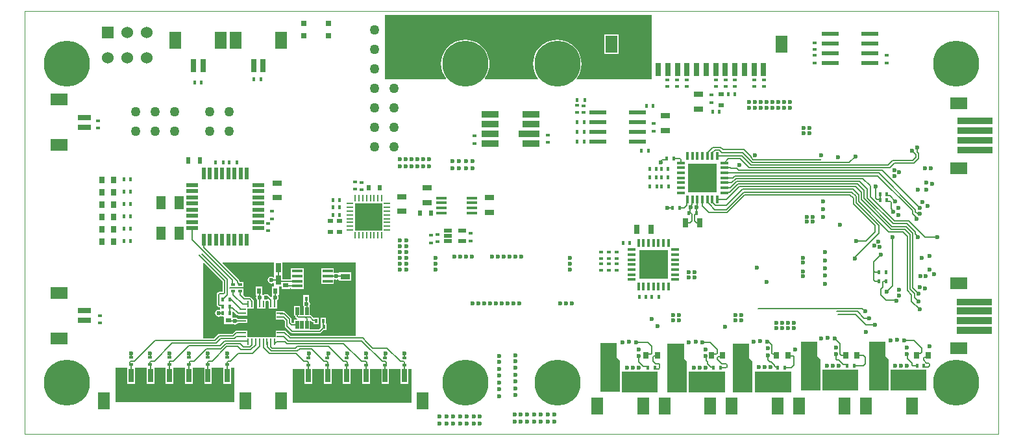
<source format=gbl>
G04*
G04 #@! TF.GenerationSoftware,Altium Limited,Altium Designer,19.1.5 (86)*
G04*
G04 Layer_Physical_Order=6*
G04 Layer_Color=16711680*
%FSLAX44Y44*%
%MOMM*%
G71*
G01*
G75*
%ADD10C,0.1000*%
%ADD11R,0.6000X0.4000*%
%ADD13R,0.4000X0.6000*%
%ADD17R,0.4500X0.6000*%
%ADD19R,0.6000X0.4500*%
%ADD20R,0.8000X0.6000*%
%ADD23R,0.7000X0.9000*%
%ADD26R,0.5000X0.9000*%
%ADD28R,1.3000X0.8000*%
%ADD55C,0.2000*%
%ADD58C,6.0000*%
%ADD59C,1.2700*%
%ADD60C,1.5240*%
%ADD61R,1.5240X1.5240*%
%ADD62C,0.6000*%
%ADD65R,0.8000X1.3000*%
%ADD66R,0.7000X0.7500*%
%ADD67R,3.7000X3.7000*%
%ADD68R,0.3300X1.0400*%
%ADD69R,1.0400X0.3300*%
%ADD70R,0.5500X1.5000*%
%ADD71R,1.5000X0.5500*%
%ADD72R,2.2000X0.6000*%
%ADD73R,2.2500X0.9000*%
%ADD74R,2.8000X0.9000*%
%ADD75R,1.6000X2.2000*%
%ADD76R,0.7000X1.8000*%
%ADD77R,0.6000X0.8000*%
%ADD78R,3.6000X3.6000*%
%ADD79R,0.8400X0.2600*%
%ADD80R,0.2600X0.8400*%
%ADD81R,1.0000X0.4700*%
%ADD82R,1.3500X0.4500*%
%ADD83R,1.2000X1.8000*%
%ADD84R,0.4700X1.0000*%
%ADD85R,1.8000X0.7000*%
%ADD86R,2.2000X1.6000*%
G36*
X817880Y462280D02*
X720476D01*
X719945Y463433D01*
X720192Y463723D01*
X722785Y467954D01*
X724684Y472538D01*
X725842Y477363D01*
X726232Y482310D01*
X725842Y487257D01*
X724684Y492082D01*
X722785Y496666D01*
X720192Y500897D01*
X716970Y504670D01*
X713197Y507892D01*
X708966Y510485D01*
X704382Y512384D01*
X699557Y513542D01*
X694610Y513932D01*
X689663Y513542D01*
X684838Y512384D01*
X680254Y510485D01*
X676023Y507892D01*
X672250Y504670D01*
X669028Y500897D01*
X666435Y496666D01*
X664536Y492082D01*
X663378Y487257D01*
X662989Y482310D01*
X663378Y477363D01*
X664536Y472538D01*
X666435Y467954D01*
X669028Y463723D01*
X669275Y463433D01*
X668744Y462280D01*
X600476Y462280D01*
X599945Y463433D01*
X600192Y463723D01*
X602785Y467954D01*
X604684Y472538D01*
X605842Y477363D01*
X606231Y482310D01*
X605842Y487257D01*
X604684Y492082D01*
X602785Y496666D01*
X600192Y500897D01*
X596970Y504670D01*
X593197Y507892D01*
X588966Y510485D01*
X584382Y512384D01*
X579557Y513542D01*
X574610Y513932D01*
X569663Y513542D01*
X564838Y512384D01*
X560254Y510485D01*
X556023Y507892D01*
X552250Y504670D01*
X549028Y500897D01*
X546435Y496666D01*
X544536Y492082D01*
X543378Y487257D01*
X542989Y482310D01*
X543378Y477363D01*
X544536Y472538D01*
X546435Y467954D01*
X549028Y463723D01*
X549275Y463433D01*
X548744Y462280D01*
X469900D01*
Y508000D01*
X469900Y546082D01*
X817880D01*
Y462280D01*
D02*
G37*
G36*
X431800Y127603D02*
X347206D01*
X340710Y134100D01*
X339875Y134658D01*
X338890Y134853D01*
X338684D01*
Y135104D01*
X327236D01*
Y126154D01*
X289984D01*
Y135104D01*
X278536D01*
Y134853D01*
X275886D01*
X274902Y134658D01*
X274067Y134100D01*
X270810Y130843D01*
X253723D01*
X252738Y130648D01*
X251903Y130090D01*
X246584Y124770D01*
X232410D01*
X232410Y222820D01*
X233680Y223230D01*
X257777Y199133D01*
Y185453D01*
X254000D01*
X253015Y185258D01*
X252180Y184700D01*
X250910Y183430D01*
X250352Y182595D01*
X250156Y181610D01*
Y168812D01*
X250352Y167827D01*
X250910Y166992D01*
X252082Y165820D01*
X252917Y165262D01*
X253902Y165067D01*
X254866D01*
Y162905D01*
X253596Y161920D01*
X252730Y162093D01*
X250965Y161742D01*
X249468Y160742D01*
X248468Y159245D01*
X248117Y157480D01*
X248468Y155715D01*
X249468Y154218D01*
X250965Y153218D01*
X252730Y152867D01*
X253596Y153040D01*
X254866Y152956D01*
X254866Y152956D01*
X254866Y152956D01*
X258827D01*
X259906Y152494D01*
X259906Y151686D01*
Y143446D01*
X270954D01*
X270954Y143446D01*
Y143446D01*
X272170Y143316D01*
X272555Y143059D01*
X274320Y142707D01*
X276085Y143059D01*
X277463Y143979D01*
X278536Y144456D01*
X289984D01*
Y150104D01*
X278536D01*
X277489Y150643D01*
X276085Y151581D01*
X274320Y151933D01*
X272555Y151581D01*
X272224Y151361D01*
X270954Y152039D01*
Y152494D01*
X270914Y153747D01*
Y159397D01*
X272087Y159883D01*
X276210Y155760D01*
X277045Y155202D01*
X278030Y155007D01*
X278536D01*
Y154456D01*
X289984D01*
Y163406D01*
X298934D01*
Y174854D01*
X298040D01*
X297930Y175019D01*
X295234Y177715D01*
X294399Y178273D01*
X293414Y178468D01*
X287451D01*
X284617Y181303D01*
X285103Y182476D01*
X285194D01*
Y189524D01*
X267553D01*
X266997Y190500D01*
X267553Y191476D01*
X285194D01*
Y198524D01*
X279914D01*
Y199080D01*
X279718Y200065D01*
X279160Y200900D01*
X257713Y222347D01*
X258199Y223520D01*
X325286D01*
Y209146D01*
X325286D01*
Y208684D01*
X325286D01*
Y204964D01*
X324016Y204293D01*
X323075Y204921D01*
X321310Y205273D01*
X319545Y204921D01*
X318048Y203922D01*
X317048Y202425D01*
X316697Y200660D01*
X317048Y198895D01*
X318048Y197398D01*
X319545Y196399D01*
X321310Y196047D01*
X323075Y196399D01*
X324016Y197027D01*
X325286Y196356D01*
X325286Y192636D01*
X324191Y192214D01*
X322516D01*
Y181166D01*
X322516Y181166D01*
X322516D01*
X322386Y179950D01*
X322128Y179565D01*
X321969Y178766D01*
X320592Y178348D01*
X319023Y179917D01*
X318222Y181116D01*
X316725Y182115D01*
X314960Y182467D01*
X313195Y182115D01*
X311698Y181116D01*
X310293Y181299D01*
X309974Y181705D01*
Y192214D01*
X300926D01*
Y181166D01*
X301351D01*
X302029Y179896D01*
X301808Y179565D01*
X301457Y177800D01*
X301808Y176035D01*
X302808Y174538D01*
X303286Y174219D01*
Y163406D01*
X313934D01*
Y172444D01*
X314916Y173250D01*
X314960Y173241D01*
X316725Y173592D01*
X317155Y173880D01*
X318237Y173076D01*
Y169430D01*
X318286Y169181D01*
Y163406D01*
X328934D01*
Y174059D01*
X329652Y174538D01*
X330652Y176035D01*
X331003Y177800D01*
X330652Y179565D01*
X330430Y179896D01*
X331109Y181166D01*
X331564D01*
X331564Y192214D01*
X332659Y192636D01*
X334836D01*
Y189166D01*
X345884D01*
Y190166D01*
X347196D01*
Y188966D01*
X363744D01*
Y195466D01*
Y201966D01*
Y208466D01*
Y216014D01*
X347196D01*
Y208466D01*
Y201813D01*
X336334D01*
Y208684D01*
X336334D01*
Y209146D01*
X336334D01*
Y223520D01*
X431800D01*
X431800Y127603D01*
D02*
G37*
G36*
X504190Y40640D02*
X349250D01*
Y85090D01*
X365146D01*
Y65676D01*
X375194D01*
Y85090D01*
X390146D01*
Y65676D01*
X400194D01*
Y85090D01*
X415146D01*
Y65676D01*
X425194D01*
Y85090D01*
X440146D01*
Y65676D01*
X450194D01*
Y85090D01*
X465146D01*
Y65676D01*
X475194D01*
Y85090D01*
X490146D01*
Y65676D01*
X500194D01*
Y85090D01*
X504190D01*
X504190Y40640D01*
D02*
G37*
G36*
X273050Y41910D02*
X118110D01*
Y86360D01*
X134006D01*
Y65676D01*
X144054D01*
Y86360D01*
X159006D01*
Y65676D01*
X169054D01*
Y86360D01*
X184006D01*
Y65676D01*
X194054D01*
Y86360D01*
X209006D01*
Y65676D01*
X219054D01*
Y86360D01*
X234006D01*
Y65676D01*
X244054D01*
Y86360D01*
X259006D01*
Y65676D01*
X269054D01*
Y86360D01*
X273050D01*
X273050Y41910D01*
D02*
G37*
G36*
X1033780Y101600D02*
X1037590Y97790D01*
Y57150D01*
X1012190D01*
X1012190Y120650D01*
X1033780D01*
X1033780Y101600D01*
D02*
G37*
G36*
X772160Y99391D02*
X775970Y95581D01*
Y54941D01*
X750570D01*
X750570Y118441D01*
X772160D01*
X772160Y99391D01*
D02*
G37*
G36*
X999490Y54610D02*
X952500D01*
Y81280D01*
X999490D01*
Y54610D01*
D02*
G37*
G36*
X944880Y99060D02*
X948690Y95250D01*
Y54610D01*
X923290D01*
X923290Y118110D01*
X944880D01*
X944880Y99060D01*
D02*
G37*
G36*
X913130Y54610D02*
X866140D01*
Y81280D01*
X913130D01*
Y54610D01*
D02*
G37*
G36*
X825500D02*
X778510D01*
Y81280D01*
X825500D01*
Y54610D01*
D02*
G37*
G36*
X860064Y98716D02*
X863874Y94906D01*
Y54266D01*
X838474D01*
X838474Y117766D01*
X860064D01*
X860064Y98716D01*
D02*
G37*
G36*
X1087120Y57150D02*
X1040130D01*
Y83820D01*
X1087120D01*
Y57150D01*
D02*
G37*
G36*
X1122680Y101600D02*
X1126490Y97790D01*
Y57150D01*
X1101090D01*
X1101090Y120650D01*
X1122680D01*
X1122680Y101600D01*
D02*
G37*
G36*
X1176020Y57150D02*
X1129030D01*
Y83820D01*
X1176020D01*
Y57150D01*
D02*
G37*
G36*
X1261110Y130810D02*
X1215390D01*
Y139700D01*
X1261110D01*
Y130810D01*
D02*
G37*
G36*
Y143510D02*
X1215390D01*
Y152400D01*
X1261110D01*
Y143510D01*
D02*
G37*
G36*
Y156210D02*
X1215390D01*
Y165100D01*
X1261110D01*
Y156210D01*
D02*
G37*
G36*
Y167640D02*
X1215390D01*
Y176530D01*
X1261110D01*
Y167640D01*
D02*
G37*
G36*
X1262380Y365760D02*
X1216660D01*
Y374650D01*
X1262380D01*
Y365760D01*
D02*
G37*
G36*
Y378460D02*
X1216660D01*
Y387350D01*
X1262380D01*
Y378460D01*
D02*
G37*
G36*
Y391160D02*
X1216660D01*
Y400050D01*
X1262380D01*
Y391160D01*
D02*
G37*
G36*
Y403860D02*
X1216660D01*
Y412750D01*
X1262380D01*
Y403860D01*
D02*
G37*
%LPC*%
G36*
X774824Y520504D02*
X755776D01*
Y495456D01*
X774824D01*
Y520504D01*
D02*
G37*
G36*
X403244Y216014D02*
X386696D01*
Y208466D01*
Y201966D01*
Y195466D01*
X403244D01*
Y200880D01*
X404514Y201559D01*
X404635Y201479D01*
X406400Y201127D01*
X408165Y201479D01*
X408536Y201726D01*
X409806Y201047D01*
Y199556D01*
X425854D01*
Y210604D01*
X409806D01*
Y210433D01*
X408536Y209754D01*
X408165Y210002D01*
X406400Y210353D01*
X404635Y210002D01*
X404364Y209821D01*
X403244Y210419D01*
Y216014D01*
D02*
G37*
G36*
X370724Y181054D02*
X363176D01*
Y172006D01*
X363176Y172006D01*
X363245Y170736D01*
X363012Y169565D01*
X363363Y167800D01*
X364246Y166479D01*
Y154973D01*
X358994D01*
Y166909D01*
X351246D01*
Y153861D01*
X353027D01*
Y153572D01*
X353222Y152587D01*
X353780Y151752D01*
X354952Y150580D01*
X355552Y150179D01*
X355385Y149020D01*
X355341Y148909D01*
X351246D01*
Y144959D01*
X348901D01*
X348013Y145846D01*
Y149862D01*
X347818Y150847D01*
X347260Y151682D01*
X340142Y158800D01*
X339307Y159358D01*
X338684Y159481D01*
Y160104D01*
X327236D01*
Y149456D01*
X337125D01*
X339343Y147238D01*
Y140684D01*
X339538Y139699D01*
X340096Y138864D01*
X346604Y132356D01*
X347439Y131798D01*
X348424Y131603D01*
X385036D01*
X386021Y131798D01*
X386856Y132356D01*
X389675Y135176D01*
X393584D01*
Y144224D01*
X392834D01*
Y151844D01*
X385786D01*
Y142796D01*
X386036D01*
Y138815D01*
X383970Y136749D01*
X371994D01*
Y147217D01*
X373167Y147703D01*
X374100Y146770D01*
X374935Y146212D01*
X375920Y146017D01*
X376786D01*
Y142796D01*
X383834D01*
Y151844D01*
X376786D01*
X376786Y151844D01*
Y151844D01*
X375750Y152399D01*
X373930Y154220D01*
X373095Y154778D01*
X372110Y154973D01*
X371994D01*
Y166909D01*
X371994Y166909D01*
X371962Y168179D01*
X372238Y169565D01*
X371886Y171330D01*
X370887Y172827D01*
X370724Y172935D01*
Y181054D01*
D02*
G37*
%LPD*%
D10*
X0Y0D02*
X1270000D01*
Y551180D01*
X0D02*
X1270000D01*
X0Y0D02*
Y551180D01*
D11*
X317500Y274320D02*
D03*
Y265320D02*
D03*
X720090Y428100D02*
D03*
Y419100D02*
D03*
X728980Y418990D02*
D03*
Y427990D02*
D03*
X280670Y195000D02*
D03*
Y186000D02*
D03*
X271780Y195000D02*
D03*
Y186000D02*
D03*
X394716Y90060D02*
D03*
Y99060D02*
D03*
X681990Y389310D02*
D03*
Y380310D02*
D03*
X1029970Y509960D02*
D03*
Y500960D02*
D03*
X538480Y250770D02*
D03*
Y259770D02*
D03*
X430530Y328350D02*
D03*
Y319350D02*
D03*
X439420Y327770D02*
D03*
Y318770D02*
D03*
X138430Y90750D02*
D03*
Y99750D02*
D03*
X188722Y90750D02*
D03*
Y99750D02*
D03*
X772160Y228490D02*
D03*
Y237490D02*
D03*
X762000Y228490D02*
D03*
Y237490D02*
D03*
X772160Y213250D02*
D03*
Y222250D02*
D03*
X762000Y213250D02*
D03*
Y222250D02*
D03*
X751840Y228490D02*
D03*
Y237490D02*
D03*
Y213250D02*
D03*
Y222250D02*
D03*
X951230Y461700D02*
D03*
Y452700D02*
D03*
X963930Y461700D02*
D03*
Y452700D02*
D03*
X863600Y461700D02*
D03*
Y452700D02*
D03*
X914400Y461700D02*
D03*
Y452700D02*
D03*
X925830Y461700D02*
D03*
Y452700D02*
D03*
X901700Y461700D02*
D03*
Y452700D02*
D03*
X850900Y461700D02*
D03*
Y452700D02*
D03*
X838200Y461700D02*
D03*
Y452700D02*
D03*
X470154Y99060D02*
D03*
Y90060D02*
D03*
X495300Y99060D02*
D03*
Y90060D02*
D03*
X445008Y99060D02*
D03*
Y90060D02*
D03*
X369570Y99060D02*
D03*
Y90060D02*
D03*
X419862Y99060D02*
D03*
Y90060D02*
D03*
X95250Y398780D02*
D03*
Y407780D02*
D03*
X97790Y144780D02*
D03*
Y153780D02*
D03*
X239014Y99750D02*
D03*
Y90750D02*
D03*
X163576Y99750D02*
D03*
Y90750D02*
D03*
X264160Y99750D02*
D03*
Y90750D02*
D03*
X213868Y99750D02*
D03*
Y90750D02*
D03*
D13*
X1124640Y304800D02*
D03*
X1115640D02*
D03*
X1124640Y312420D02*
D03*
X1115640D02*
D03*
X1114370Y199390D02*
D03*
X1123370D02*
D03*
Y210820D02*
D03*
X1114370D02*
D03*
X821690Y86360D02*
D03*
X812690D02*
D03*
X907470D02*
D03*
X898470D02*
D03*
X991290D02*
D03*
X982290D02*
D03*
X1082040Y88900D02*
D03*
X1073040D02*
D03*
X1172900D02*
D03*
X1163900D02*
D03*
X917520Y443230D02*
D03*
X926520D02*
D03*
X906200Y420370D02*
D03*
X897200D02*
D03*
X780360Y248920D02*
D03*
X789360D02*
D03*
X845130Y294640D02*
D03*
X854130D02*
D03*
X813490Y369570D02*
D03*
X804490D02*
D03*
X819840Y427990D02*
D03*
X810840D02*
D03*
X729670Y393700D02*
D03*
X720670D02*
D03*
Y381000D02*
D03*
X729670D02*
D03*
Y406400D02*
D03*
X720670D02*
D03*
X380310Y147320D02*
D03*
X389310D02*
D03*
X129090Y331996D02*
D03*
X138090D02*
D03*
X129090Y315889D02*
D03*
X138090D02*
D03*
X129090Y299782D02*
D03*
X138090D02*
D03*
X129090Y267567D02*
D03*
X138090D02*
D03*
X129090Y283675D02*
D03*
X138090D02*
D03*
X129090Y251460D02*
D03*
X138090D02*
D03*
X267390Y157480D02*
D03*
X258390D02*
D03*
X267390Y175260D02*
D03*
X258390D02*
D03*
Y166370D02*
D03*
X267390D02*
D03*
X846510Y359410D02*
D03*
X837510D02*
D03*
X814930Y345590D02*
D03*
X823930D02*
D03*
X814930Y334160D02*
D03*
X823930D02*
D03*
X815340Y322580D02*
D03*
X824340D02*
D03*
X830170Y345590D02*
D03*
X839170D02*
D03*
X830170Y334160D02*
D03*
X839170D02*
D03*
X830580Y322580D02*
D03*
X839580D02*
D03*
X410900Y304800D02*
D03*
X401900D02*
D03*
X810370Y179070D02*
D03*
X801370D02*
D03*
X401900Y295910D02*
D03*
X410900D02*
D03*
X401900Y285750D02*
D03*
X410900D02*
D03*
X299030Y462280D02*
D03*
X308030D02*
D03*
X221560Y458470D02*
D03*
X230560D02*
D03*
D17*
X866220Y288290D02*
D03*
X876220D02*
D03*
X266860Y354330D02*
D03*
X276860D02*
D03*
X258920D02*
D03*
X248920D02*
D03*
X730250Y435610D02*
D03*
X720250D02*
D03*
X366950Y176530D02*
D03*
X356950D02*
D03*
X389810Y139700D02*
D03*
X379810D02*
D03*
X817380Y179070D02*
D03*
X827380D02*
D03*
D19*
X895350Y431880D02*
D03*
Y441880D02*
D03*
X586740Y378540D02*
D03*
Y388540D02*
D03*
X820420Y405050D02*
D03*
Y395050D02*
D03*
X322580Y290750D02*
D03*
Y280750D02*
D03*
X1029970Y493950D02*
D03*
Y483950D02*
D03*
X529590Y259000D02*
D03*
Y249000D02*
D03*
X581660Y251540D02*
D03*
Y261540D02*
D03*
X1123950Y483950D02*
D03*
Y493950D02*
D03*
D20*
X908050Y442610D02*
D03*
Y428610D02*
D03*
X398780Y277510D02*
D03*
Y263510D02*
D03*
X410210Y277510D02*
D03*
Y263510D02*
D03*
X340360Y193690D02*
D03*
Y179690D02*
D03*
X265430Y147970D02*
D03*
Y133970D02*
D03*
D23*
X895470Y102870D02*
D03*
X910470D02*
D03*
X980560D02*
D03*
X995560D02*
D03*
X1070730D02*
D03*
X1085730D02*
D03*
X810380D02*
D03*
X825380D02*
D03*
X1163440D02*
D03*
X1178440D02*
D03*
X100570Y299256D02*
D03*
X115570D02*
D03*
X100570Y315363D02*
D03*
X115570D02*
D03*
X100570Y331470D02*
D03*
X115570D02*
D03*
X100570Y283168D02*
D03*
X115570D02*
D03*
X100570Y250954D02*
D03*
X115570D02*
D03*
Y267061D02*
D03*
X100570D02*
D03*
D26*
X213480Y356870D02*
D03*
X228480D02*
D03*
D28*
X878840Y423570D02*
D03*
Y442570D02*
D03*
X835660Y414630D02*
D03*
Y395630D02*
D03*
X491490Y290220D02*
D03*
Y309220D02*
D03*
X605790Y288950D02*
D03*
Y307950D02*
D03*
X524510Y320650D02*
D03*
Y301650D02*
D03*
X328930Y327000D02*
D03*
Y308000D02*
D03*
X417830Y186080D02*
D03*
Y205080D02*
D03*
D55*
X873687Y285757D02*
X876220Y288290D01*
X873687Y278105D02*
Y285757D01*
X861818Y275492D02*
X867410D01*
X861720Y275590D02*
X861818Y275492D01*
X867410D02*
X869950Y278032D01*
Y287118D01*
X876202Y275590D02*
X880720D01*
X873687Y278105D02*
X876202Y275590D01*
X868778Y288290D02*
X869950Y287118D01*
X866220Y288290D02*
X868778D01*
X868680Y294828D02*
Y295910D01*
X867410Y293558D02*
X868680Y294828D01*
X867410Y289480D02*
Y293558D01*
X866220Y288290D02*
X867410Y289480D01*
X863504Y298354D02*
Y298546D01*
X859790Y294640D02*
X863504Y298354D01*
Y298546D02*
X863770Y298812D01*
Y305010D02*
X864420Y305660D01*
X863770Y298812D02*
Y305010D01*
X868680Y295910D02*
Y296992D01*
X896920Y362360D02*
Y366279D01*
X267390Y157480D02*
Y165370D01*
X283960Y157580D02*
X284260Y157280D01*
X268390Y164370D02*
X271240D01*
X267390Y165370D02*
X268390Y164370D01*
X267390Y165370D02*
Y166370D01*
X271240Y164370D02*
X278030Y157580D01*
X283960D01*
X268390Y176110D02*
X281060Y163440D01*
Y162580D02*
Y163440D01*
Y162580D02*
X281360Y162280D01*
X284260D01*
Y169130D02*
X291110D01*
X271914Y181476D02*
X284260Y169130D01*
X271914Y181476D02*
Y186000D01*
X280670Y181610D02*
X286385Y175895D01*
X293414D01*
X280670Y181610D02*
Y186000D01*
X268390Y173990D02*
Y176110D01*
X227330Y233220D02*
Y233680D01*
Y233220D02*
X260350Y200200D01*
Y184052D02*
Y200200D01*
X259178Y182880D02*
X260350Y184052D01*
X254000Y182880D02*
X259178D01*
X252730Y181610D02*
X254000Y182880D01*
X252730Y168812D02*
Y181610D01*
Y168812D02*
X253902Y167640D01*
X257390D01*
X258390Y166640D01*
Y166370D02*
Y166640D01*
X264160Y181030D02*
Y201930D01*
X231140Y234950D02*
X264160Y201930D01*
X218440Y252996D02*
X270780Y200656D01*
Y195000D02*
Y200656D01*
X279670Y195000D02*
Y195000D01*
X277340Y197330D02*
X279670Y195000D01*
X277340Y197330D02*
Y199080D01*
X233440Y242980D02*
X277340Y199080D01*
X218440Y252996D02*
Y268480D01*
X258390Y175260D02*
X264160Y181030D01*
X270780Y195000D02*
X271780D01*
X279670D02*
X280670D01*
X233440Y242980D02*
Y253480D01*
X330810Y200660D02*
Y217170D01*
Y200660D02*
X332230Y199240D01*
X355470D01*
X340360Y193690D02*
X341310Y192740D01*
X355470D01*
X394970Y205740D02*
X406400D01*
X417170D01*
X417830Y205080D01*
X367625Y169565D02*
X367873Y169317D01*
Y160633D02*
Y169317D01*
Y160633D02*
X368120Y160385D01*
X367625Y169565D02*
Y173315D01*
X365760Y152400D02*
X372110D01*
X375920Y148590D01*
X379310D01*
X380310Y147590D01*
Y147320D02*
Y147590D01*
X333080Y152400D02*
X337820D01*
X332960Y152280D02*
X333080Y152400D01*
X337820D02*
X341916Y148304D01*
Y140684D02*
Y148304D01*
Y140684D02*
X348424Y134176D01*
X385036D01*
X389810Y138950D01*
Y139700D01*
X389560Y139950D02*
X389810Y139700D01*
X389560Y139950D02*
Y147070D01*
X389310Y147320D02*
X389560Y147070D01*
X367775Y146558D02*
Y150385D01*
Y146558D02*
X368537Y147320D01*
X345440Y144780D02*
Y149862D01*
X338322Y156980D02*
X345440Y149862D01*
X333260Y156980D02*
X338322D01*
X332960Y157280D02*
X333260Y156980D01*
X345440Y144780D02*
X347835Y142385D01*
X355120D01*
X366950Y173990D02*
X367625Y173315D01*
X365760Y152400D02*
X367775Y150385D01*
X356772Y152400D02*
X365760D01*
X355600Y153572D02*
X356772Y152400D01*
X355600Y153572D02*
Y159905D01*
X355120Y160385D02*
X355600Y159905D01*
X321310Y200660D02*
X330810D01*
X315348Y178242D02*
X317058D01*
X314960Y177854D02*
X315348Y178242D01*
X317058D02*
X320810Y174490D01*
Y169430D02*
Y174490D01*
Y169430D02*
X321110Y169130D01*
X293414Y175895D02*
X296110Y173200D01*
Y169130D02*
Y173200D01*
X270510Y186000D02*
X271914D01*
X267390Y174990D02*
X268390Y173990D01*
X267390Y174990D02*
Y175260D01*
X252730Y157480D02*
X258390D01*
X305450Y186690D02*
X306070Y186070D01*
Y177800D02*
Y186070D01*
Y177800D02*
X306090Y177780D01*
Y169150D02*
Y177780D01*
Y169150D02*
X306110Y169130D01*
X326390Y177800D02*
Y186040D01*
X326250Y177660D02*
X326390Y177800D01*
Y186040D02*
X327040Y186690D01*
X326250Y169270D02*
Y177660D01*
X326110Y169130D02*
X326250Y169270D01*
X265430Y147970D02*
X266080Y147320D01*
X274320D01*
X274340Y147300D01*
X284240D01*
X284260Y147280D01*
X319362Y104712D02*
X353600D01*
X311110Y112964D02*
X319362Y104712D01*
X353600D02*
X363776Y94536D01*
X355886Y108236D02*
X358584Y110934D01*
X321390Y108236D02*
X355886D01*
X316396Y113230D02*
X321390Y108236D01*
X353087Y111760D02*
X355785Y114458D01*
X322850Y111760D02*
X353087D01*
X321110Y113499D02*
X322850Y111760D01*
X415864Y117982D02*
X439310Y94536D01*
X341854Y117982D02*
X415864D01*
X339186Y120650D02*
X341854Y117982D01*
X328778Y120650D02*
X339186D01*
X326110Y117982D02*
X328778Y120650D01*
X306110Y114340D02*
Y120430D01*
X297180Y105410D02*
X306110Y114340D01*
X278130Y105410D02*
X297180D01*
X294932Y110182D02*
X301110Y116361D01*
Y120430D01*
X296110Y116361D02*
Y120430D01*
X293456Y113706D02*
X296110Y116361D01*
X244514Y95250D02*
X263438Y114174D01*
X277948D01*
X281940Y110182D01*
X294932D01*
X285074Y113706D02*
X293456D01*
X281082Y117698D02*
X285074Y113706D01*
X261978Y117698D02*
X281082D01*
X255214Y110934D02*
X261978Y117698D01*
X290318Y121222D02*
X291110Y120430D01*
X260519Y121222D02*
X290318D01*
X254446Y115149D02*
X260519Y121222D01*
X273336Y124746D02*
X275870Y127280D01*
X255867Y124746D02*
X273336D01*
X249794Y118673D02*
X255867Y124746D01*
X271876Y128270D02*
X275886Y132280D01*
X253723Y128270D02*
X271876D01*
X247650Y122197D02*
X253723Y128270D01*
X236726Y110934D02*
X255214D01*
X221042Y95250D02*
X236726Y110934D01*
X268206Y95226D02*
X269684Y96705D01*
Y96964D01*
X278130Y105410D01*
X265332Y95226D02*
X268206D01*
X264160Y94054D02*
X265332Y95226D01*
X214121Y115149D02*
X254446D01*
X193714Y94742D02*
X214121Y115149D01*
X192333Y118673D02*
X249794D01*
X168886Y95226D02*
X192333Y118673D01*
X143300Y95040D02*
X170457Y122197D01*
X247650D01*
X137160Y93868D02*
X138332Y95040D01*
X137160Y91750D02*
Y93868D01*
Y91750D02*
X138160Y90750D01*
X138430D01*
X165076Y95226D02*
X168886D01*
X163576Y93726D02*
X165076Y95226D01*
X163576Y90750D02*
Y93726D01*
X138332Y95040D02*
X143300D01*
X275886Y132280D02*
X284260D01*
X275870Y127280D02*
X284260D01*
X188722Y94742D02*
X193714D01*
X188722Y90750D02*
Y94742D01*
X217938Y95250D02*
X221042D01*
X239014Y94234D02*
X240006Y95226D01*
X243060D01*
X243083Y95250D01*
X244514D01*
X239014Y90750D02*
Y94234D01*
X214630Y91512D02*
Y93980D01*
X213868Y90750D02*
X214630Y91512D01*
Y93980D02*
X215876Y95226D01*
X217913D01*
X217938Y95250D01*
X138430Y99750D02*
Y105410D01*
X163830Y100004D02*
Y105410D01*
X163576Y99750D02*
X163830Y100004D01*
X189230Y100258D02*
Y105410D01*
X188722Y99750D02*
X189230Y100258D01*
X214630Y100512D02*
Y105410D01*
X213868Y99750D02*
X214630Y100512D01*
X238760Y100004D02*
Y105410D01*
Y100004D02*
X239014Y99750D01*
X264160D02*
Y105410D01*
Y90750D02*
Y94054D01*
X264030Y90620D02*
X264160Y90750D01*
X264030Y76200D02*
Y90620D01*
X239014Y90750D02*
X239030Y90734D01*
Y76200D02*
Y90734D01*
X213868Y90750D02*
X214030Y90588D01*
Y76200D02*
Y90588D01*
X188722Y90750D02*
X189030Y90442D01*
Y76200D02*
Y90442D01*
X163576Y90750D02*
X164030Y90296D01*
Y76200D02*
Y90296D01*
X138430Y90750D02*
X139030Y90150D01*
Y76200D02*
Y90150D01*
X343314Y121506D02*
X439139D01*
X337540Y127280D02*
X343314Y121506D01*
X332960Y127280D02*
X337540D01*
X439139Y121506D02*
X466109Y94536D01*
X489856D02*
X494128D01*
X472393Y111999D02*
X489856Y94536D01*
X453629Y111999D02*
X472393D01*
X446248Y119380D02*
X453629Y111999D01*
X446248Y119380D02*
X446248D01*
X338890Y132280D02*
X346140Y125030D01*
X332960Y132280D02*
X338890D01*
X440598Y125030D02*
X446248Y119380D01*
X346140Y125030D02*
X440598D01*
X469900Y99314D02*
Y106680D01*
Y99314D02*
X470154Y99060D01*
X445770Y99822D02*
Y105410D01*
X445008Y99060D02*
X445770Y99822D01*
X495300Y99060D02*
Y105410D01*
X358584Y110934D02*
X374206D01*
X355785Y114458D02*
X395895D01*
X316396Y113230D02*
Y120144D01*
X316110Y120430D02*
X316396Y120144D01*
X395895Y114458D02*
X415816Y94536D01*
X321110Y113499D02*
Y120430D01*
X390604Y94536D02*
X393798D01*
X374206Y110934D02*
X390604Y94536D01*
X370840Y100330D02*
Y105410D01*
X369570Y99060D02*
X370840Y100330D01*
X420370Y99568D02*
Y105410D01*
X419862Y99060D02*
X420370Y99568D01*
X394970Y99314D02*
Y105410D01*
X394716Y99060D02*
X394970Y99314D01*
X311110Y112964D02*
Y120430D01*
X363776Y94536D02*
X368398D01*
X369570Y93364D01*
Y90060D02*
Y93364D01*
X393798Y94536D02*
X394970Y93364D01*
Y90314D02*
Y93364D01*
X394716Y90060D02*
X394970Y90314D01*
X415816Y94536D02*
X419198D01*
X420370Y93364D01*
Y90568D02*
Y93364D01*
X419862Y90060D02*
X420370Y90568D01*
X439310Y94536D02*
X444598D01*
X445770Y93364D01*
Y90822D02*
Y93364D01*
X445008Y90060D02*
X445770Y90822D01*
X466109Y94536D02*
X469998D01*
X471170Y93364D01*
Y91060D02*
Y93364D01*
X470170Y90060D02*
X471170Y91060D01*
X470154Y90060D02*
X470170D01*
X494128Y94536D02*
X495300Y93364D01*
Y90060D02*
Y93364D01*
X495170Y89930D02*
X495300Y90060D01*
X495170Y76200D02*
Y89930D01*
X470154Y90060D02*
X470170Y90044D01*
Y76200D02*
Y90044D01*
X445008Y90060D02*
X445170Y89898D01*
Y76200D02*
Y89898D01*
X419862Y90060D02*
X420170Y89752D01*
Y76200D02*
Y89752D01*
X394716Y90060D02*
X395170Y89606D01*
Y76200D02*
Y89606D01*
X369570Y90060D02*
X370170Y89460D01*
Y76200D02*
Y89460D01*
X1084216Y301450D02*
X1113790Y271876D01*
Y261620D02*
Y271876D01*
X1082545Y230375D02*
X1113790Y261620D01*
X1080692Y299798D02*
Y307418D01*
Y299798D02*
X1108996Y271494D01*
X1076230Y311880D02*
X1080692Y307418D01*
X1082545Y228721D02*
Y230375D01*
X1084580Y251460D02*
X1097280D01*
X1082545Y228721D02*
X1082665Y228600D01*
X1097280Y251460D02*
X1108996Y263176D01*
Y271494D01*
X939260Y311880D02*
X1076230D01*
X937704Y315404D02*
X1078516D01*
X936244Y318928D02*
X1080612D01*
X932052Y322452D02*
X1083438D01*
X930496Y325976D02*
X1086264D01*
X928940Y329500D02*
X1089090D01*
X927480Y333024D02*
X1093186D01*
X925828Y336548D02*
X1112522D01*
X912706Y340074D02*
X1113980D01*
X931288Y343600D02*
X1118170D01*
X944659Y347124D02*
X1128174D01*
X947293Y350648D02*
X1125922D01*
X948752Y354172D02*
X1075532D01*
X912270Y340510D02*
X912706Y340074D01*
X1093186Y333024D02*
X1102735Y323475D01*
X1128174Y347124D02*
X1134110Y353060D01*
X920450Y347010D02*
X920878Y346582D01*
X1078516Y315404D02*
X1084216Y309704D01*
X1113980Y340074D02*
X1161606Y292448D01*
X1089090Y329500D02*
X1099211Y319380D01*
X912270Y347010D02*
X920450D01*
X935581Y362360D02*
X947293Y350648D01*
X923290Y334010D02*
X925828Y336548D01*
X920878Y346582D02*
X928306D01*
X1080612Y318928D02*
X1087740Y311800D01*
X1075532Y354172D02*
X1083310Y361950D01*
X914845Y292545D02*
X937704Y315404D01*
X1125922Y350648D02*
X1132144Y356870D01*
X1083438Y322452D02*
X1091264Y314626D01*
X928306Y346582D02*
X931288Y343600D01*
X932988Y358795D02*
X944659Y347124D01*
X915260Y305660D02*
X932052Y322452D01*
X919680Y315160D02*
X930496Y325976D01*
X1086264D02*
X1094788Y317452D01*
X935894Y367030D02*
X948752Y354172D01*
X920450Y321010D02*
X928940Y329500D01*
X915252Y297936D02*
X936244Y318928D01*
X921966Y327510D02*
X927480Y333024D01*
X1112522Y336548D02*
X1158082Y290988D01*
X916401Y289021D02*
X939260Y311880D01*
X892079Y289021D02*
X916401D01*
X883920Y297180D02*
X892079Y289021D01*
X883920Y297180D02*
Y305660D01*
X890420Y302110D02*
X892746Y299784D01*
X890420Y302110D02*
Y305660D01*
X1084216Y301450D02*
Y309704D01*
X900724Y297936D02*
X915252D01*
X899246Y299415D02*
X900724Y297936D01*
X899246Y299415D02*
Y299784D01*
X896920Y302110D02*
X899246Y299784D01*
X896920Y302110D02*
Y305660D01*
X1150427Y274320D02*
X1161764Y262983D01*
Y260448D02*
Y262983D01*
Y260448D02*
X1164590Y257622D01*
Y256540D02*
Y257622D01*
X899616Y292545D02*
X914845D01*
X892746Y299415D02*
X899616Y292545D01*
X892746Y299415D02*
Y299784D01*
X1087740Y302910D02*
Y311800D01*
X1174178Y256540D02*
X1189990D01*
X1152874Y277844D02*
X1174178Y256540D01*
X1134027Y277844D02*
X1152874D01*
X1102735Y309136D02*
X1134027Y277844D01*
X1132567Y274320D02*
X1150427D01*
X1158240Y190500D02*
Y261524D01*
X1149254Y270510D02*
X1158240Y261524D01*
X1131393Y270510D02*
X1149254D01*
X1154716Y188500D02*
Y260064D01*
X1147794Y266986D02*
X1154716Y260064D01*
X1129934Y266986D02*
X1147794D01*
X1156622Y173068D02*
Y181610D01*
Y173068D02*
X1167130Y162560D01*
X1151192Y187040D02*
X1156622Y181610D01*
X1151192Y187040D02*
Y257810D01*
X1145540Y263462D02*
X1151192Y257810D01*
X1127188Y263462D02*
X1145540D01*
X1087740Y302910D02*
X1127188Y263462D01*
X1099211Y307676D02*
Y319380D01*
X1094788Y307115D02*
Y317452D01*
X1091264Y305655D02*
Y314626D01*
X1102735Y309136D02*
Y323475D01*
X1091264Y305655D02*
X1129934Y266986D01*
X1160336Y178244D02*
X1165860Y172720D01*
X1160336Y178244D02*
Y182880D01*
X1154716Y188500D02*
X1160336Y182880D01*
X903420Y305660D02*
X915260D01*
X912920Y315160D02*
X919680D01*
X912270Y314510D02*
X912920Y315160D01*
X1094788Y307115D02*
X1131393Y270510D01*
X1158240Y190500D02*
X1165860Y182880D01*
X1131570Y193040D02*
Y256540D01*
X1123950Y185420D02*
X1131570Y193040D01*
X1099211Y307676D02*
X1132567Y274320D01*
X912270Y334010D02*
X923290D01*
X912270Y321010D02*
X920450D01*
X1118170Y343600D02*
X1167130Y294640D01*
X1159414Y353060D02*
X1165574Y359220D01*
Y365950D01*
X1164368Y367155D02*
X1165574Y365950D01*
X1164368Y367155D02*
Y373577D01*
X912270Y327510D02*
X921966D01*
X1134110Y353060D02*
X1159414D01*
X1132144Y356870D02*
X1158240D01*
X1162050Y360680D01*
Y364490D01*
X1156970Y369570D02*
X1162050Y364490D01*
X917555Y358795D02*
X932988D01*
X912270Y353510D02*
X917555Y358795D01*
X912270Y353510D02*
Y353510D01*
X950212Y357696D02*
X1037844D01*
X1038095Y357947D01*
X903420Y362360D02*
X935581D01*
X909169Y367030D02*
X935894D01*
X946976Y360932D02*
X950212Y357696D01*
X1107440Y212725D02*
Y224790D01*
Y200660D02*
Y212725D01*
X1109345Y210820D01*
X1114370D01*
X1108710Y199390D02*
X1114370D01*
X1107440Y200660D02*
X1108710Y199390D01*
X1107440Y224790D02*
X1116330Y233680D01*
X1129856Y293626D02*
Y302358D01*
Y293626D02*
X1132840Y290642D01*
Y289560D02*
Y290642D01*
X1123370Y210820D02*
Y211552D01*
X1116330Y189230D02*
X1118894Y191794D01*
X1116330Y181322D02*
Y189230D01*
Y181322D02*
X1123171Y174481D01*
X1136159D01*
X1136650Y173990D01*
X1118894Y191794D02*
Y198218D01*
X1120066Y199390D01*
X1123370D01*
X1114370D02*
Y200390D01*
X1116330Y232598D02*
Y233680D01*
X1146810Y121920D02*
X1159608D01*
X1097280Y142240D02*
X1108710D01*
X1083310Y156210D02*
X1097280Y142240D01*
X1060450Y156210D02*
X1083310D01*
X1109980Y307340D02*
Y322580D01*
Y307340D02*
X1111900Y305420D01*
X1115640D01*
X1161606Y290004D02*
Y292448D01*
X1158082Y287080D02*
Y290988D01*
X1161606Y290004D02*
X1164494Y287116D01*
X1167514D01*
X1128490Y310420D02*
X1135380Y303530D01*
X1125640Y310420D02*
X1128490D01*
X1124640Y311420D02*
X1125640Y310420D01*
X1128684Y303530D02*
X1129856Y302358D01*
X1125640Y303530D02*
X1128684D01*
X1124640Y304530D02*
X1125640Y303530D01*
X1124640Y304530D02*
Y304800D01*
Y311420D02*
Y312420D01*
X1115640Y305420D02*
Y312420D01*
Y304800D02*
Y305420D01*
X1158082Y287080D02*
X1163320Y281842D01*
X1163320D01*
Y280670D02*
X1164402D01*
X890575Y366435D02*
X897748Y373608D01*
X890420Y362360D02*
X890575Y362515D01*
X897748Y373608D02*
X907575D01*
X946976Y360932D02*
Y361220D01*
X937642Y370554D02*
X946976Y361220D01*
X910629Y370554D02*
X937642D01*
X907575Y373608D02*
X910629Y370554D01*
X900724Y370084D02*
X906115D01*
X896920Y366279D02*
X900724Y370084D01*
X906115D02*
X909169Y367030D01*
X1059180Y160020D02*
X1085850D01*
X1094740Y151130D01*
X1101090D01*
X956310Y163830D02*
X1092200D01*
X1096010Y160020D01*
X887880Y101600D02*
X888645Y100835D01*
Y95605D02*
Y100835D01*
X969010Y96520D02*
Y102870D01*
X1243458Y175120D02*
X1245958Y172620D01*
X1251458D01*
X1250488Y148590D02*
X1251458Y147620D01*
X829511Y354129D02*
Y355801D01*
X831120Y357410D01*
X836510D01*
X837510Y358410D01*
Y359410D01*
X855570Y353510D02*
Y358238D01*
X854398Y359410D02*
X855570Y358238D01*
X846510Y359410D02*
X854398D01*
X838200Y294640D02*
X845130D01*
X854130D02*
X859790D01*
X868680Y296992D02*
X870270Y298582D01*
Y305010D01*
X870920Y305660D01*
X876300Y295910D02*
X876860Y296470D01*
Y305100D01*
X877420Y305660D01*
X876260Y295870D02*
X876300Y295910D01*
X876260Y288330D02*
Y295870D01*
X876220Y288290D02*
X876260Y288330D01*
X1176020Y92710D02*
X1178658D01*
X1172210Y96520D02*
X1176020Y92710D01*
X1172210Y96520D02*
Y99158D01*
X1173900Y87630D02*
X1178560D01*
X1172900Y88630D02*
X1173900Y87630D01*
X1172900Y88630D02*
Y88900D01*
X1178560Y87630D02*
X1179830Y88900D01*
Y91538D01*
X1178658Y92710D02*
X1179830Y91538D01*
X1172210Y99158D02*
X1173382Y100330D01*
X1175940D01*
X1178440Y102830D01*
Y102870D01*
X826868Y85090D02*
X828040Y86262D01*
X822690Y85090D02*
X826868D01*
X821690Y86090D02*
X822690Y85090D01*
X821690Y86090D02*
Y86360D01*
X828040Y86262D02*
Y90268D01*
X826868Y91440D02*
X828040Y90268D01*
X822960Y91440D02*
X826868D01*
X819150Y95250D02*
X822960Y91440D01*
X819150Y95250D02*
Y100330D01*
X820420Y101600D01*
X824110D01*
X825380Y102870D01*
X801060Y94290D02*
Y101600D01*
Y94290D02*
X806990Y88360D01*
X811690D01*
X812690Y87360D01*
Y86360D02*
Y87360D01*
X812800Y119380D02*
X817880Y114300D01*
X797250Y119380D02*
X812800D01*
X817880Y105312D02*
Y114300D01*
X816708Y104140D02*
X817880Y105312D01*
X811650Y104140D02*
X816708D01*
X810380Y102870D02*
X811650Y104140D01*
X907470Y86090D02*
X914130D01*
X915670Y87630D02*
Y90268D01*
X914130Y86090D02*
X915670Y87630D01*
X907470Y86090D02*
Y86360D01*
X914498Y91440D02*
X915670Y90268D01*
X909320Y91440D02*
X914498D01*
X902972Y97788D02*
X909320Y91440D01*
X902972Y97788D02*
Y99444D01*
X904144Y100616D01*
X908216D01*
X910470Y102870D01*
X884070Y119380D02*
X894080D01*
X902970Y110490D01*
Y105312D02*
Y110490D01*
X901798Y104140D02*
X902970Y105312D01*
X896740Y104140D02*
X901798D01*
X895470Y102870D02*
X896740Y104140D01*
X888645Y95605D02*
X890270Y93980D01*
Y91782D02*
Y93980D01*
Y91782D02*
X894422Y87630D01*
X897470D01*
X898470Y86630D01*
Y86360D02*
Y86630D01*
X970280Y120650D02*
X974534Y116396D01*
X968700Y120650D02*
X970280D01*
X974534Y105312D02*
Y116396D01*
Y105312D02*
X975706Y104140D01*
X979290D01*
X980560Y102870D01*
X969010Y96520D02*
X971550Y93980D01*
X973972D01*
X978034Y89918D01*
Y88802D02*
Y89918D01*
Y88802D02*
X979206Y87630D01*
X981290D01*
X982290Y86630D01*
Y86360D02*
Y86630D01*
X1002128Y101600D02*
X1003300Y100428D01*
X996830Y101600D02*
X1002128D01*
X1003300Y90170D02*
Y100428D01*
X995560Y102870D02*
X996830Y101600D01*
X999490Y86360D02*
X1003300Y90170D01*
X991290Y86360D02*
X999490D01*
X1056640Y124460D02*
X1063434Y117666D01*
Y104042D02*
Y117666D01*
Y104042D02*
X1064606Y102870D01*
X1070730D01*
X1082040Y88900D02*
X1093470D01*
X1096010Y91440D01*
Y100330D01*
X1093470Y102870D02*
X1096010Y100330D01*
X1085730Y102870D02*
X1093470D01*
X1057910Y97692D02*
Y104140D01*
Y97692D02*
X1059082Y96520D01*
X1061912D01*
X1067532Y90900D01*
X1072040D01*
X1073040Y89900D01*
Y88900D02*
Y89900D01*
X1159608Y121920D02*
X1169670Y111858D01*
Y106582D02*
Y111858D01*
X1168498Y105410D02*
X1169670Y106582D01*
X1165940Y105410D02*
X1168498D01*
X1163440Y102910D02*
X1165940Y105410D01*
X1163440Y102870D02*
Y102910D01*
X1156970Y90170D02*
Y92708D01*
X1151385Y98292D02*
X1156970Y92708D01*
X1151385Y98292D02*
Y103375D01*
X1150620Y104140D02*
X1151385Y103375D01*
X1156970Y90170D02*
X1158240Y88900D01*
X1163900D01*
X1248958Y162620D02*
X1251458Y160120D01*
D58*
X1214610Y482310D02*
D03*
Y67310D02*
D03*
X694610D02*
D03*
X574610Y67310D02*
D03*
X694610Y482310D02*
D03*
X574610D02*
D03*
X54610D02*
D03*
Y67310D02*
D03*
D59*
X455930Y476250D02*
D03*
X481330D02*
D03*
X455930Y501650D02*
D03*
X481330D02*
D03*
X455930Y527050D02*
D03*
X481330D02*
D03*
Y450850D02*
D03*
X455930D02*
D03*
X481330Y425450D02*
D03*
X455930D02*
D03*
X481330Y400050D02*
D03*
X455930D02*
D03*
Y374650D02*
D03*
X481330D02*
D03*
X266700Y420370D02*
D03*
Y394970D02*
D03*
X241300Y420370D02*
D03*
Y394970D02*
D03*
X195580Y420370D02*
D03*
Y394970D02*
D03*
X170180Y420370D02*
D03*
Y394970D02*
D03*
X144780Y420370D02*
D03*
Y394970D02*
D03*
D60*
X158750Y490220D02*
D03*
X133350D02*
D03*
X107950D02*
D03*
X158750Y523240D02*
D03*
X133350D02*
D03*
D61*
X107950D02*
D03*
D62*
X236220Y129540D02*
D03*
Y135890D02*
D03*
X243840Y129540D02*
D03*
Y135890D02*
D03*
X416560Y132080D02*
D03*
Y138430D02*
D03*
X424180Y132080D02*
D03*
Y138430D02*
D03*
X406400Y205740D02*
D03*
X367625Y169565D02*
D03*
X321310Y200660D02*
D03*
X314960Y177854D02*
D03*
X252730Y157480D02*
D03*
X306070Y177800D02*
D03*
X326390D02*
D03*
X274320Y147320D02*
D03*
X213868Y105410D02*
D03*
X239014D02*
D03*
X138430D02*
D03*
X163576D02*
D03*
X188722D02*
D03*
X264160D02*
D03*
X470408D02*
D03*
X445516D02*
D03*
X495300D02*
D03*
X370840D02*
D03*
X420624D02*
D03*
X395732D02*
D03*
X1084580Y251460D02*
D03*
X1060450Y360680D02*
D03*
X1041400Y303530D02*
D03*
Y293370D02*
D03*
X1140460Y180340D02*
D03*
X1041400Y283210D02*
D03*
X1131570Y256540D02*
D03*
X1038860Y363220D02*
D03*
X1174115Y346710D02*
D03*
X1176020Y327660D02*
D03*
X1140460Y341630D02*
D03*
Y187960D02*
D03*
X1165860Y182880D02*
D03*
X1123950Y185420D02*
D03*
X1167130Y191770D02*
D03*
X1168400Y205740D02*
D03*
X1180465Y213995D02*
D03*
X1174105Y189408D02*
D03*
X1186180Y208280D02*
D03*
X1179830Y232410D02*
D03*
X1169670Y229403D02*
D03*
X1116330Y233680D02*
D03*
X1139190Y285750D02*
D03*
X1132840Y289560D02*
D03*
X1146810Y121920D02*
D03*
X1108710Y142240D02*
D03*
X1109980Y322580D02*
D03*
X1167130Y294640D02*
D03*
X1134110Y344170D02*
D03*
Y336550D02*
D03*
X1139190Y294640D02*
D03*
X1176020Y318770D02*
D03*
X1183640Y326390D02*
D03*
X1135380Y303530D02*
D03*
X1170940Y302260D02*
D03*
X1177290Y297180D02*
D03*
X1163320Y280670D02*
D03*
X1083310Y361950D02*
D03*
X527050Y358140D02*
D03*
Y349250D02*
D03*
X1181735Y346710D02*
D03*
X1249680Y382270D02*
D03*
X1164368Y373577D02*
D03*
X1156970Y369570D02*
D03*
X1101090Y151130D02*
D03*
X1167514Y287116D02*
D03*
X1164590Y256540D02*
D03*
X1096010Y160020D02*
D03*
X1167130Y162560D02*
D03*
X1165860Y172720D02*
D03*
X1136650Y173990D02*
D03*
X1189990Y256540D02*
D03*
X1174750Y205740D02*
D03*
X1082545Y228721D02*
D03*
X1043940Y195580D02*
D03*
X934720Y154940D02*
D03*
Y148590D02*
D03*
X927100Y154940D02*
D03*
Y148590D02*
D03*
X853440Y154940D02*
D03*
Y148590D02*
D03*
X845820Y154940D02*
D03*
Y148590D02*
D03*
X873760Y210820D02*
D03*
Y204470D02*
D03*
X866140Y210820D02*
D03*
Y204470D02*
D03*
X1097280Y133350D02*
D03*
X1014730Y212090D02*
D03*
X1043940Y207010D02*
D03*
X1003300Y144780D02*
D03*
X995680D02*
D03*
X988060D02*
D03*
X980440D02*
D03*
X1018540Y107950D02*
D03*
X928370Y96520D02*
D03*
X887880Y110490D02*
D03*
X843280Y95250D02*
D03*
X801060Y110490D02*
D03*
X755650Y95250D02*
D03*
X640080D02*
D03*
X887880Y101600D02*
D03*
X1028700Y115570D02*
D03*
X1018540D02*
D03*
X969010Y102870D02*
D03*
X938530Y105410D02*
D03*
X1129030Y121920D02*
D03*
X1253490Y171450D02*
D03*
X1244600D02*
D03*
X1240790Y407670D02*
D03*
X1249680D02*
D03*
Y394970D02*
D03*
X1240790D02*
D03*
Y382270D02*
D03*
Y369570D02*
D03*
X1249680D02*
D03*
X1164590Y318770D02*
D03*
X1257300Y407670D02*
D03*
Y394970D02*
D03*
Y369570D02*
D03*
Y382270D02*
D03*
X1244600Y160020D02*
D03*
X1254760D02*
D03*
X1245870Y147320D02*
D03*
X1253490D02*
D03*
X1245870Y134620D02*
D03*
X1254760D02*
D03*
X1236980D02*
D03*
Y147320D02*
D03*
Y160020D02*
D03*
Y171450D02*
D03*
X1108259Y245885D02*
D03*
X1113338Y250965D02*
D03*
X1179830Y114300D02*
D03*
X1043940Y237490D02*
D03*
Y215900D02*
D03*
Y226060D02*
D03*
X1115060Y243840D02*
D03*
X1014730Y229870D02*
D03*
Y223520D02*
D03*
Y205740D02*
D03*
X829511Y354129D02*
D03*
X838200Y294640D02*
D03*
X868680Y295910D02*
D03*
X876300D02*
D03*
X1062990Y273050D02*
D03*
X1019810Y276860D02*
D03*
Y283210D02*
D03*
X1027430Y276860D02*
D03*
Y283210D02*
D03*
X938530Y113030D02*
D03*
X609600Y231140D02*
D03*
X617220D02*
D03*
X624840D02*
D03*
X614680Y170180D02*
D03*
X622300D02*
D03*
X607060D02*
D03*
X1150620Y104140D02*
D03*
X1148080Y78740D02*
D03*
X1150620Y88900D02*
D03*
X1143000D02*
D03*
X1148080Y69850D02*
D03*
X557530Y346710D02*
D03*
Y355600D02*
D03*
X575310Y346710D02*
D03*
Y355600D02*
D03*
X566420Y346710D02*
D03*
Y355600D02*
D03*
X584200Y346710D02*
D03*
Y355600D02*
D03*
X640080Y50800D02*
D03*
Y59690D02*
D03*
Y68580D02*
D03*
Y77470D02*
D03*
Y86360D02*
D03*
Y102870D02*
D03*
X618490Y49530D02*
D03*
Y58420D02*
D03*
Y67310D02*
D03*
Y76200D02*
D03*
Y85090D02*
D03*
Y93980D02*
D03*
Y101600D02*
D03*
X541020Y13970D02*
D03*
X549910D02*
D03*
X558800D02*
D03*
X567690D02*
D03*
X576580D02*
D03*
X585470D02*
D03*
X593090D02*
D03*
X541020Y22860D02*
D03*
X549910D02*
D03*
X558800D02*
D03*
X567690D02*
D03*
X576580D02*
D03*
X585470D02*
D03*
X593090D02*
D03*
X690880Y16510D02*
D03*
X681990D02*
D03*
X673100D02*
D03*
X664210D02*
D03*
X655320D02*
D03*
X646430D02*
D03*
X638810D02*
D03*
X690880Y25400D02*
D03*
X681990D02*
D03*
X673100D02*
D03*
X664210D02*
D03*
X655320D02*
D03*
X646430D02*
D03*
X638810D02*
D03*
X488950Y358140D02*
D03*
X496570D02*
D03*
X504190D02*
D03*
X511810D02*
D03*
X519430D02*
D03*
X488950Y349250D02*
D03*
X496570D02*
D03*
X504190D02*
D03*
X511810D02*
D03*
X519430D02*
D03*
X497840Y214630D02*
D03*
Y222250D02*
D03*
Y229870D02*
D03*
Y237490D02*
D03*
Y245110D02*
D03*
Y252730D02*
D03*
X488950Y214630D02*
D03*
Y222250D02*
D03*
Y229870D02*
D03*
Y237490D02*
D03*
Y245110D02*
D03*
Y252730D02*
D03*
X535940Y229870D02*
D03*
Y222250D02*
D03*
Y214630D02*
D03*
X582930Y231140D02*
D03*
X575310D02*
D03*
X567690D02*
D03*
X560070D02*
D03*
X647700D02*
D03*
X640080D02*
D03*
X632460D02*
D03*
X711200Y214630D02*
D03*
Y222250D02*
D03*
Y229870D02*
D03*
X698500Y170180D02*
D03*
X706120D02*
D03*
X713740D02*
D03*
X629920D02*
D03*
X637540D02*
D03*
X645160D02*
D03*
X584200D02*
D03*
X591820D02*
D03*
X599440D02*
D03*
X765810Y104140D02*
D03*
Y111760D02*
D03*
X755650D02*
D03*
Y104140D02*
D03*
Y86360D02*
D03*
Y77470D02*
D03*
Y68580D02*
D03*
Y59690D02*
D03*
X825500Y140970D02*
D03*
X913130Y139700D02*
D03*
X821380Y58420D02*
D03*
X801060Y101600D02*
D03*
X798520Y76200D02*
D03*
Y58420D02*
D03*
X801060Y86360D02*
D03*
X798520Y67310D02*
D03*
X797250Y119380D02*
D03*
X788106Y119888D02*
D03*
X779470Y119380D02*
D03*
X821380Y67310D02*
D03*
X809950D02*
D03*
Y58420D02*
D03*
X821380Y76200D02*
D03*
X809950D02*
D03*
X785820Y86360D02*
D03*
X793440D02*
D03*
X843280Y59690D02*
D03*
Y68580D02*
D03*
Y77470D02*
D03*
Y86360D02*
D03*
Y104140D02*
D03*
Y111760D02*
D03*
X853440D02*
D03*
Y104140D02*
D03*
X880260Y86360D02*
D03*
X896770Y76200D02*
D03*
Y67310D02*
D03*
X872640Y86360D02*
D03*
X908200Y58420D02*
D03*
X885340Y76200D02*
D03*
Y58420D02*
D03*
X887880Y86360D02*
D03*
X885340Y67310D02*
D03*
X874926Y119888D02*
D03*
X884070Y119380D02*
D03*
X866290D02*
D03*
X908200Y67310D02*
D03*
X896770Y58420D02*
D03*
X908200Y76200D02*
D03*
X1004570Y110490D02*
D03*
X928370Y113030D02*
D03*
Y105410D02*
D03*
Y87630D02*
D03*
Y78740D02*
D03*
Y69850D02*
D03*
Y60960D02*
D03*
X981400Y68580D02*
D03*
X964890Y87630D02*
D03*
X957270D02*
D03*
X981400Y77470D02*
D03*
X1018540Y63500D02*
D03*
Y72390D02*
D03*
Y81280D02*
D03*
Y90170D02*
D03*
Y99060D02*
D03*
X1028700Y107950D02*
D03*
X1057910Y60960D02*
D03*
X1069340D02*
D03*
X1080770D02*
D03*
X1057910Y69850D02*
D03*
Y78740D02*
D03*
X1080770Y69850D02*
D03*
Y78740D02*
D03*
X1069340Y69850D02*
D03*
Y78740D02*
D03*
X1057910Y104140D02*
D03*
Y113030D02*
D03*
X1061720Y88900D02*
D03*
X1054100D02*
D03*
X1046480D02*
D03*
X1038860Y124460D02*
D03*
X1047496Y124968D02*
D03*
X1056640Y124460D02*
D03*
X959556Y121158D02*
D03*
X981400Y59690D02*
D03*
X992830Y77470D02*
D03*
Y59690D02*
D03*
X968700Y120650D02*
D03*
X969970Y77470D02*
D03*
Y59690D02*
D03*
X950920Y120650D02*
D03*
X992830Y68580D02*
D03*
X969010Y111760D02*
D03*
X972510Y87630D02*
D03*
X969970Y68580D02*
D03*
X1116330Y106680D02*
D03*
Y114300D02*
D03*
X1106170D02*
D03*
Y106680D02*
D03*
Y97790D02*
D03*
Y88900D02*
D03*
Y80010D02*
D03*
Y71120D02*
D03*
Y62230D02*
D03*
X1137666Y122428D02*
D03*
X1135380Y88900D02*
D03*
X1150620Y113030D02*
D03*
X1159510Y78740D02*
D03*
Y69850D02*
D03*
X1170940Y78740D02*
D03*
Y69850D02*
D03*
Y60960D02*
D03*
X1159510D02*
D03*
X1148080D02*
D03*
X1016000Y398780D02*
D03*
Y392430D02*
D03*
X1023620Y398780D02*
D03*
Y392430D02*
D03*
X975360Y433070D02*
D03*
X982980D02*
D03*
X990600D02*
D03*
X998220D02*
D03*
X944880D02*
D03*
X952500D02*
D03*
X960120D02*
D03*
X967740D02*
D03*
X975360Y425450D02*
D03*
X982980D02*
D03*
X990600D02*
D03*
X998220D02*
D03*
X944880D02*
D03*
X952500D02*
D03*
X960120D02*
D03*
X967740D02*
D03*
X952500Y363220D02*
D03*
X932255Y350445D02*
D03*
X1003300Y138430D02*
D03*
X995680D02*
D03*
X988060D02*
D03*
X980440D02*
D03*
X967740Y198120D02*
D03*
X955040Y217170D02*
D03*
X817880Y149860D02*
D03*
D65*
X861720Y275590D02*
D03*
X880720D02*
D03*
X817220Y266700D02*
D03*
X798220D02*
D03*
X311810Y200660D02*
D03*
X330810D02*
D03*
X311810Y217170D02*
D03*
X330810D02*
D03*
D66*
X363730Y535300D02*
D03*
X395730D02*
D03*
Y518800D02*
D03*
X363730D02*
D03*
D67*
X820010Y220880D02*
D03*
X883920Y334010D02*
D03*
D68*
X839510Y249230D02*
D03*
X833010D02*
D03*
X826510D02*
D03*
X820010D02*
D03*
X813510D02*
D03*
X807010D02*
D03*
X800510D02*
D03*
Y192530D02*
D03*
X807010D02*
D03*
X813510D02*
D03*
X820010D02*
D03*
X826510D02*
D03*
X833010D02*
D03*
X839510D02*
D03*
X903420Y305660D02*
D03*
X896920D02*
D03*
X890420D02*
D03*
X883920D02*
D03*
X877420D02*
D03*
X870920D02*
D03*
X864420D02*
D03*
Y362360D02*
D03*
X870920D02*
D03*
X877420D02*
D03*
X883920D02*
D03*
X890420D02*
D03*
X896920D02*
D03*
X903420D02*
D03*
D69*
X848360Y201380D02*
D03*
Y207880D02*
D03*
Y214380D02*
D03*
Y220880D02*
D03*
Y227380D02*
D03*
Y233880D02*
D03*
Y240380D02*
D03*
X791660D02*
D03*
Y233880D02*
D03*
Y227380D02*
D03*
Y220880D02*
D03*
Y214380D02*
D03*
Y207880D02*
D03*
Y201380D02*
D03*
X855570Y314510D02*
D03*
Y321010D02*
D03*
Y327510D02*
D03*
Y334010D02*
D03*
Y340510D02*
D03*
Y347010D02*
D03*
Y353510D02*
D03*
X912270D02*
D03*
Y347010D02*
D03*
Y340510D02*
D03*
Y334010D02*
D03*
Y327510D02*
D03*
Y321010D02*
D03*
Y314510D02*
D03*
D70*
X289440Y253480D02*
D03*
X281440D02*
D03*
X273440D02*
D03*
X265440D02*
D03*
X257440D02*
D03*
X249440D02*
D03*
X241440D02*
D03*
X233440D02*
D03*
Y339480D02*
D03*
X241440D02*
D03*
X249440D02*
D03*
X257440D02*
D03*
X265440D02*
D03*
X273440D02*
D03*
X281440D02*
D03*
X289440D02*
D03*
D71*
X218440Y268480D02*
D03*
Y276480D02*
D03*
Y284480D02*
D03*
Y292480D02*
D03*
Y300480D02*
D03*
Y308480D02*
D03*
Y316480D02*
D03*
Y324480D02*
D03*
X304440D02*
D03*
Y316480D02*
D03*
Y308480D02*
D03*
Y300480D02*
D03*
Y292480D02*
D03*
Y284480D02*
D03*
Y276480D02*
D03*
Y268480D02*
D03*
D72*
X1102290Y521970D02*
D03*
Y509270D02*
D03*
Y483870D02*
D03*
X1050290Y521970D02*
D03*
Y509270D02*
D03*
Y483870D02*
D03*
X1102290Y496570D02*
D03*
X1050290D02*
D03*
X747430Y381000D02*
D03*
Y393700D02*
D03*
Y419100D02*
D03*
X799430Y381000D02*
D03*
Y393700D02*
D03*
Y419100D02*
D03*
X747430Y406400D02*
D03*
X799430D02*
D03*
D73*
X660480Y416510D02*
D03*
Y404010D02*
D03*
Y378510D02*
D03*
X606980D02*
D03*
Y391010D02*
D03*
Y404010D02*
D03*
Y416510D02*
D03*
D74*
X657730Y391010D02*
D03*
D75*
X103030Y43200D02*
D03*
X287530D02*
D03*
X334170D02*
D03*
X518670D02*
D03*
X1156970Y36830D02*
D03*
X1097470D02*
D03*
X1069340D02*
D03*
X1009840D02*
D03*
X894080D02*
D03*
X834580D02*
D03*
X981710Y36830D02*
D03*
X922210D02*
D03*
X806450D02*
D03*
X746950D02*
D03*
X987300Y507980D02*
D03*
X765300D02*
D03*
X196310Y513060D02*
D03*
X255810D02*
D03*
X274950D02*
D03*
X334450D02*
D03*
D76*
X126530Y76200D02*
D03*
X139030D02*
D03*
X164030D02*
D03*
X151530D02*
D03*
X201530D02*
D03*
X214030D02*
D03*
X189030D02*
D03*
X176530D02*
D03*
X239030D02*
D03*
X226530D02*
D03*
X251530D02*
D03*
X264030D02*
D03*
X357670D02*
D03*
X370170D02*
D03*
X395170D02*
D03*
X382670D02*
D03*
X432670D02*
D03*
X445170D02*
D03*
X420170D02*
D03*
X407670D02*
D03*
X470170D02*
D03*
X457670D02*
D03*
X482670D02*
D03*
X495170D02*
D03*
X1133470Y69830D02*
D03*
X1120970D02*
D03*
X1045840D02*
D03*
X1033340D02*
D03*
X870580D02*
D03*
X858080D02*
D03*
X958210Y69830D02*
D03*
X945710D02*
D03*
X782950D02*
D03*
X770450D02*
D03*
X963800Y474980D02*
D03*
X951300D02*
D03*
X926300D02*
D03*
X938800D02*
D03*
X888800D02*
D03*
X876300D02*
D03*
X901300D02*
D03*
X913800D02*
D03*
X851300D02*
D03*
X863800D02*
D03*
X801300D02*
D03*
X788800D02*
D03*
X838800D02*
D03*
X813800D02*
D03*
X826300D02*
D03*
X219810Y480060D02*
D03*
X232310D02*
D03*
X298450D02*
D03*
X310950D02*
D03*
D77*
X462930Y321310D02*
D03*
X448930D02*
D03*
X515590Y288290D02*
D03*
X529590D02*
D03*
X305450Y186690D02*
D03*
X291450D02*
D03*
X327040D02*
D03*
X313040D02*
D03*
D78*
X448310Y283210D02*
D03*
X308610Y144780D02*
D03*
D79*
X423960Y300710D02*
D03*
Y295710D02*
D03*
Y290710D02*
D03*
Y285710D02*
D03*
Y280710D02*
D03*
Y275710D02*
D03*
Y270710D02*
D03*
Y265710D02*
D03*
X472660D02*
D03*
Y270710D02*
D03*
Y275710D02*
D03*
Y280710D02*
D03*
Y285710D02*
D03*
Y290710D02*
D03*
Y295710D02*
D03*
Y300710D02*
D03*
X284260Y162280D02*
D03*
Y157280D02*
D03*
Y152280D02*
D03*
Y147280D02*
D03*
Y142280D02*
D03*
Y137280D02*
D03*
Y132280D02*
D03*
Y127280D02*
D03*
X332960D02*
D03*
Y132280D02*
D03*
Y137280D02*
D03*
Y142280D02*
D03*
Y147280D02*
D03*
Y152280D02*
D03*
Y157280D02*
D03*
Y162280D02*
D03*
D80*
X465810Y307560D02*
D03*
X460810D02*
D03*
X455810D02*
D03*
X450810D02*
D03*
X445810D02*
D03*
X440810D02*
D03*
X435810D02*
D03*
X430810D02*
D03*
Y258860D02*
D03*
X435810D02*
D03*
X440810D02*
D03*
X445810D02*
D03*
X450810D02*
D03*
X455810D02*
D03*
X460810D02*
D03*
X465810D02*
D03*
X326110Y169130D02*
D03*
X321110D02*
D03*
X316110D02*
D03*
X311110D02*
D03*
X306110D02*
D03*
X301110D02*
D03*
X296110D02*
D03*
X291110D02*
D03*
Y120430D02*
D03*
X296110D02*
D03*
X301110D02*
D03*
X306110D02*
D03*
X311110D02*
D03*
X316110D02*
D03*
X321110D02*
D03*
X326110D02*
D03*
D81*
X552230Y258260D02*
D03*
X570230Y264760D02*
D03*
Y251760D02*
D03*
X552230Y264760D02*
D03*
Y251760D02*
D03*
D82*
X583060Y307640D02*
D03*
Y301140D02*
D03*
Y294640D02*
D03*
Y288140D02*
D03*
X543560Y307640D02*
D03*
Y301140D02*
D03*
Y294640D02*
D03*
Y288140D02*
D03*
X394970Y212240D02*
D03*
Y205740D02*
D03*
Y199240D02*
D03*
Y192740D02*
D03*
X355470Y212240D02*
D03*
Y205740D02*
D03*
Y199240D02*
D03*
Y192740D02*
D03*
D83*
X177800Y261620D02*
D03*
Y301620D02*
D03*
X201800D02*
D03*
Y261620D02*
D03*
D84*
X361620Y142385D02*
D03*
X355120Y160385D02*
D03*
X368120D02*
D03*
X355120Y142385D02*
D03*
X368120D02*
D03*
D85*
X77450Y148150D02*
D03*
Y160650D02*
D03*
X77470Y400050D02*
D03*
Y412550D02*
D03*
X1251458Y407570D02*
D03*
Y395070D02*
D03*
Y370070D02*
D03*
Y382570D02*
D03*
Y172620D02*
D03*
Y160120D02*
D03*
Y135120D02*
D03*
Y147620D02*
D03*
D86*
X44450Y124650D02*
D03*
Y184150D02*
D03*
X44470Y376550D02*
D03*
Y436050D02*
D03*
X1218458Y346570D02*
D03*
Y431070D02*
D03*
Y111620D02*
D03*
Y196120D02*
D03*
M02*

</source>
